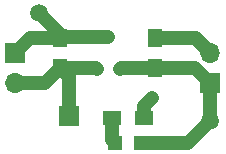
<source format=gbr>
G04 #@! TF.FileFunction,Copper,L1,Top,Signal*
%FSLAX46Y46*%
G04 Gerber Fmt 4.6, Leading zero omitted, Abs format (unit mm)*
G04 Created by KiCad (PCBNEW 4.0.2-4+6225~38~ubuntu14.04.1-stable) date Thu 30 Mar 2017 05:43:38 PM CEST*
%MOMM*%
G01*
G04 APERTURE LIST*
%ADD10C,0.100000*%
%ADD11R,1.250000X1.500000*%
%ADD12R,1.200000X1.200000*%
%ADD13R,1.700000X1.700000*%
%ADD14O,1.700000X1.700000*%
%ADD15R,1.500000X1.300000*%
%ADD16R,0.600000X1.000000*%
%ADD17C,1.500000*%
%ADD18C,0.685800*%
%ADD19C,1.219200*%
G04 APERTURE END LIST*
D10*
D11*
X175006000Y-54376000D03*
X175006000Y-56876000D03*
X183007000Y-56876000D03*
X183007000Y-54376000D03*
D12*
X181821000Y-63246000D03*
X179621000Y-63246000D03*
D13*
X171196000Y-55626000D03*
D14*
X171196000Y-58166000D03*
D13*
X187706000Y-58166000D03*
D14*
X187706000Y-55626000D03*
D15*
X179371000Y-61087000D03*
X182071000Y-61087000D03*
D16*
X178120000Y-56976000D03*
X180020000Y-56976000D03*
X179070000Y-54276000D03*
D17*
X173228000Y-52197000D03*
X187706000Y-61341000D03*
D13*
X175768000Y-60960000D03*
D18*
X182753000Y-59436000D03*
D19*
X175006000Y-54376000D02*
X175106000Y-54276000D01*
X175106000Y-54276000D02*
X179070000Y-54276000D01*
X173228000Y-52197000D02*
X175006000Y-53975000D01*
X175006000Y-53975000D02*
X175006000Y-54376000D01*
X171196000Y-55626000D02*
X172446000Y-54376000D01*
X172446000Y-54376000D02*
X175006000Y-54376000D01*
X175006000Y-56876000D02*
X175768000Y-57638000D01*
X175768000Y-57638000D02*
X175768000Y-60960000D01*
X175006000Y-56876000D02*
X173716000Y-58166000D01*
X173716000Y-58166000D02*
X171196000Y-58166000D01*
X182071000Y-61087000D02*
X182071000Y-60118000D01*
X182071000Y-60118000D02*
X182753000Y-59436000D01*
X183007000Y-54376000D02*
X186456000Y-54376000D01*
X186456000Y-54376000D02*
X187706000Y-55626000D01*
X175006000Y-56876000D02*
X178020000Y-56876000D01*
X178020000Y-56876000D02*
X178120000Y-56976000D01*
X187706000Y-61341000D02*
X187706000Y-58166000D01*
X181821000Y-63246000D02*
X185801000Y-63246000D01*
X185801000Y-63246000D02*
X187706000Y-61341000D01*
X180020000Y-56976000D02*
X180120000Y-56876000D01*
X180120000Y-56876000D02*
X183007000Y-56876000D01*
X187706000Y-58166000D02*
X186416000Y-56876000D01*
X186416000Y-56876000D02*
X183007000Y-56876000D01*
X179371000Y-61087000D02*
X179371000Y-62996000D01*
X179371000Y-62996000D02*
X179621000Y-63246000D01*
M02*

</source>
